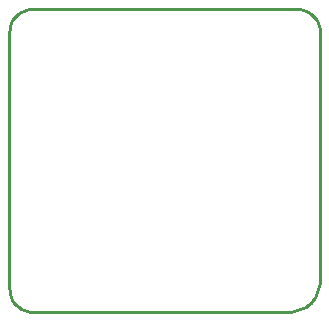
<source format=gko>
G04*
G04 #@! TF.GenerationSoftware,Altium Limited,Altium Designer,20.2.6 (244)*
G04*
G04 Layer_Color=16711935*
%FSLAX25Y25*%
%MOIN*%
G70*
G04*
G04 #@! TF.SameCoordinates,3022D20F-0E7D-494E-A21C-2806337C0760*
G04*
G04*
G04 #@! TF.FilePolarity,Positive*
G04*
G01*
G75*
%ADD12C,0.01000*%
D12*
X-500Y7328D02*
X-433Y6307D01*
X-233Y5302D01*
X96Y4333D01*
X549Y3414D01*
X1118Y2563D01*
X1793Y1793D01*
X2563Y1118D01*
X3414Y549D01*
X4333Y96D01*
X5302Y-233D01*
X6307Y-433D01*
X7328Y-500D01*
X92500D02*
X93529Y-449D01*
X94548Y-298D01*
X95548Y-48D01*
X96518Y299D01*
X97450Y740D01*
X98334Y1270D01*
X99161Y1883D01*
X99925Y2575D01*
X100617Y3339D01*
X101230Y4166D01*
X101760Y5050D01*
X102201Y5982D01*
X102548Y6952D01*
X102798Y7952D01*
X102949Y8971D01*
X103000Y10000D01*
Y92838D02*
X102934Y93838D01*
X102739Y94821D01*
X102417Y95770D01*
X101973Y96669D01*
X101417Y97502D01*
X100756Y98256D01*
X100002Y98917D01*
X99169Y99474D01*
X98270Y99917D01*
X97321Y100239D01*
X96338Y100435D01*
X95338Y100500D01*
X7162D02*
X6162Y100435D01*
X5179Y100239D01*
X4230Y99917D01*
X3331Y99474D01*
X2498Y98917D01*
X1744Y98256D01*
X1083Y97502D01*
X527Y96669D01*
X83Y95770D01*
X-239Y94821D01*
X-434Y93838D01*
X-500Y92838D01*
X7328Y-500D02*
X92500D01*
X103000Y10000D02*
Y92838D01*
X7162Y100500D02*
X95338D01*
X-500Y7328D02*
Y92838D01*
M02*

</source>
